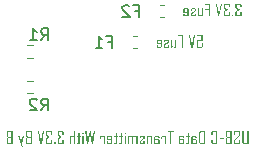
<source format=gbr>
%TF.GenerationSoftware,KiCad,Pcbnew,8.0.8*%
%TF.CreationDate,2025-06-15T19:23:18+08:00*%
%TF.ProjectId,USB_C_Connector,5553425f-435f-4436-9f6e-6e6563746f72,rev?*%
%TF.SameCoordinates,Original*%
%TF.FileFunction,Legend,Bot*%
%TF.FilePolarity,Positive*%
%FSLAX46Y46*%
G04 Gerber Fmt 4.6, Leading zero omitted, Abs format (unit mm)*
G04 Created by KiCad (PCBNEW 8.0.8) date 2025-06-15 19:23:18*
%MOMM*%
%LPD*%
G01*
G04 APERTURE LIST*
%ADD10C,0.100000*%
%ADD11C,0.150000*%
%ADD12C,0.120000*%
G04 APERTURE END LIST*
D10*
G36*
X51800828Y-49483576D02*
G01*
X51817661Y-49532184D01*
X51826327Y-49540973D01*
X51879997Y-49562657D01*
X51892272Y-49563200D01*
X52209690Y-49563200D01*
X52267094Y-49547376D01*
X52275343Y-49540973D01*
X52299662Y-49496310D01*
X52300548Y-49483576D01*
X52300548Y-49203674D01*
X52185950Y-49203674D01*
X52185950Y-49485042D01*
X51915426Y-49485042D01*
X51915426Y-48969201D01*
X52297031Y-48969201D01*
X52282377Y-48484623D01*
X51810793Y-48484623D01*
X51810793Y-48562781D01*
X52170123Y-48562781D01*
X52184191Y-48891043D01*
X51892272Y-48891043D01*
X51834660Y-48906692D01*
X51826327Y-48913025D01*
X51801450Y-48958749D01*
X51800828Y-48969201D01*
X51800828Y-49483576D01*
G37*
G36*
X51102977Y-48484623D02*
G01*
X51326313Y-49563200D01*
X51434463Y-49563200D01*
X51657799Y-48484623D01*
X51544079Y-48484623D01*
X51384052Y-49337031D01*
X51380504Y-49386760D01*
X51379069Y-49406884D01*
X51375191Y-49356068D01*
X51373207Y-49337031D01*
X51213472Y-48484623D01*
X51102977Y-48484623D01*
G37*
G36*
X50207583Y-48562781D02*
G01*
X50508294Y-48562781D01*
X50508294Y-48969201D01*
X50231323Y-48969201D01*
X50231323Y-49047359D01*
X50508294Y-49047359D01*
X50508294Y-49563200D01*
X50622893Y-49563200D01*
X50622893Y-48484623D01*
X50207583Y-48484623D01*
X50207583Y-48562781D01*
G37*
G36*
X49606159Y-49563200D02*
G01*
X49714017Y-49563200D01*
X49714017Y-49541706D01*
X49775647Y-49548239D01*
X49836892Y-49554558D01*
X49845029Y-49555384D01*
X49905017Y-49560444D01*
X49966364Y-49563131D01*
X49976333Y-49563200D01*
X50033832Y-49550059D01*
X50062972Y-49506515D01*
X50065140Y-49483576D01*
X50065140Y-48891043D01*
X49957283Y-48891043D01*
X49957283Y-49485042D01*
X49714017Y-49463548D01*
X49714017Y-48891043D01*
X49606159Y-48891043D01*
X49606159Y-49563200D01*
G37*
G36*
X48999167Y-49483576D02*
G01*
X49012232Y-49532097D01*
X49060502Y-49560400D01*
X49092077Y-49563200D01*
X49343549Y-49563200D01*
X49403894Y-49550059D01*
X49434477Y-49506515D01*
X49436752Y-49483576D01*
X49436752Y-49344358D01*
X49328895Y-49344358D01*
X49328895Y-49485042D01*
X49107024Y-49485042D01*
X49107024Y-49350952D01*
X49393668Y-49151406D01*
X49429182Y-49110724D01*
X49434994Y-49080087D01*
X49434994Y-48970666D01*
X49421928Y-48922146D01*
X49373659Y-48893842D01*
X49342084Y-48891043D01*
X49093835Y-48891043D01*
X49033490Y-48904184D01*
X49002908Y-48947728D01*
X49000632Y-48970666D01*
X49000632Y-49094253D01*
X49107024Y-49094253D01*
X49107024Y-48969201D01*
X49328895Y-48969201D01*
X49328895Y-49086926D01*
X49039613Y-49286472D01*
X49004855Y-49327498D01*
X48999167Y-49359257D01*
X48999167Y-49483576D01*
G37*
G36*
X48767346Y-48893842D02*
G01*
X48815311Y-48922146D01*
X48828294Y-48970666D01*
X48828294Y-49483576D01*
X48826040Y-49506515D01*
X48795747Y-49550059D01*
X48735971Y-49563200D01*
X48472188Y-49563200D01*
X48440813Y-49560409D01*
X48392848Y-49532192D01*
X48379865Y-49483821D01*
X48379865Y-49359989D01*
X48486257Y-49359989D01*
X48486257Y-49485042D01*
X48722195Y-49485042D01*
X48722195Y-49250569D01*
X48417087Y-49250569D01*
X48379865Y-49218329D01*
X48379865Y-49172411D01*
X48486257Y-49172411D01*
X48722195Y-49172411D01*
X48722195Y-48969201D01*
X48486257Y-48969201D01*
X48486257Y-49172411D01*
X48379865Y-49172411D01*
X48379865Y-48970666D01*
X48382119Y-48947728D01*
X48412412Y-48904184D01*
X48472188Y-48891043D01*
X48735971Y-48891043D01*
X48767346Y-48893842D01*
G37*
G36*
X55058670Y-46841976D02*
G01*
X55075503Y-46890584D01*
X55084169Y-46899373D01*
X55137840Y-46921057D01*
X55150114Y-46921600D01*
X55482187Y-46921600D01*
X55539799Y-46905776D01*
X55548132Y-46899373D01*
X55572735Y-46854710D01*
X55573631Y-46841976D01*
X55573631Y-46577706D01*
X55459033Y-46577706D01*
X55459033Y-46843442D01*
X55173855Y-46843442D01*
X55173855Y-46504188D01*
X55401587Y-46362039D01*
X55401587Y-46340546D01*
X55175613Y-46200595D01*
X55175613Y-45921181D01*
X55457567Y-45921181D01*
X55457567Y-46171285D01*
X55572166Y-46171285D01*
X55572166Y-45922646D01*
X55555333Y-45874039D01*
X55546667Y-45865249D01*
X55492996Y-45843566D01*
X55480721Y-45843023D01*
X55151580Y-45843023D01*
X55093967Y-45858846D01*
X55085634Y-45865249D01*
X55061032Y-45909912D01*
X55060135Y-45922646D01*
X55060135Y-46180567D01*
X55074115Y-46228912D01*
X55109668Y-46260923D01*
X55262954Y-46351048D01*
X55108202Y-46440930D01*
X55069553Y-46478132D01*
X55058670Y-46522751D01*
X55058670Y-46841976D01*
G37*
G36*
X54765871Y-46921600D02*
G01*
X54891315Y-46921600D01*
X54891315Y-46796547D01*
X54765871Y-46796547D01*
X54765871Y-46921600D01*
G37*
G36*
X54071538Y-46841976D02*
G01*
X54088371Y-46890584D01*
X54097037Y-46899373D01*
X54150708Y-46921057D01*
X54162982Y-46921600D01*
X54495055Y-46921600D01*
X54552667Y-46905776D01*
X54561000Y-46899373D01*
X54585603Y-46854710D01*
X54586499Y-46841976D01*
X54586499Y-46577706D01*
X54471901Y-46577706D01*
X54471901Y-46843442D01*
X54186723Y-46843442D01*
X54186723Y-46504188D01*
X54414455Y-46362039D01*
X54414455Y-46340546D01*
X54188481Y-46200595D01*
X54188481Y-45921181D01*
X54470435Y-45921181D01*
X54470435Y-46171285D01*
X54585034Y-46171285D01*
X54585034Y-45922646D01*
X54568201Y-45874039D01*
X54559535Y-45865249D01*
X54505864Y-45843566D01*
X54493589Y-45843023D01*
X54164448Y-45843023D01*
X54106836Y-45858846D01*
X54098502Y-45865249D01*
X54073900Y-45909912D01*
X54073003Y-45922646D01*
X54073003Y-46180567D01*
X54086983Y-46228912D01*
X54122536Y-46260923D01*
X54275823Y-46351048D01*
X54121070Y-46440930D01*
X54082421Y-46478132D01*
X54071538Y-46522751D01*
X54071538Y-46841976D01*
G37*
G36*
X53374860Y-45843023D02*
G01*
X53598195Y-46921600D01*
X53706346Y-46921600D01*
X53929682Y-45843023D01*
X53815962Y-45843023D01*
X53655934Y-46695431D01*
X53652387Y-46745160D01*
X53650952Y-46765284D01*
X53647073Y-46714468D01*
X53645090Y-46695431D01*
X53485355Y-45843023D01*
X53374860Y-45843023D01*
G37*
G36*
X52479465Y-45921181D02*
G01*
X52780177Y-45921181D01*
X52780177Y-46327601D01*
X52503206Y-46327601D01*
X52503206Y-46405759D01*
X52780177Y-46405759D01*
X52780177Y-46921600D01*
X52894776Y-46921600D01*
X52894776Y-45843023D01*
X52479465Y-45843023D01*
X52479465Y-45921181D01*
G37*
G36*
X51878042Y-46921600D02*
G01*
X51985899Y-46921600D01*
X51985899Y-46900106D01*
X52047530Y-46906639D01*
X52108774Y-46912958D01*
X52116911Y-46913784D01*
X52176899Y-46918844D01*
X52238247Y-46921531D01*
X52248216Y-46921600D01*
X52305715Y-46908459D01*
X52334855Y-46864915D01*
X52337023Y-46841976D01*
X52337023Y-46249443D01*
X52229165Y-46249443D01*
X52229165Y-46843442D01*
X51985899Y-46821948D01*
X51985899Y-46249443D01*
X51878042Y-46249443D01*
X51878042Y-46921600D01*
G37*
G36*
X51271049Y-46841976D02*
G01*
X51284115Y-46890497D01*
X51332384Y-46918800D01*
X51363959Y-46921600D01*
X51615432Y-46921600D01*
X51675777Y-46908459D01*
X51706359Y-46864915D01*
X51708635Y-46841976D01*
X51708635Y-46702758D01*
X51600777Y-46702758D01*
X51600777Y-46843442D01*
X51378907Y-46843442D01*
X51378907Y-46709352D01*
X51665550Y-46509806D01*
X51701065Y-46469124D01*
X51706876Y-46438487D01*
X51706876Y-46329066D01*
X51693811Y-46280546D01*
X51645541Y-46252242D01*
X51613966Y-46249443D01*
X51365718Y-46249443D01*
X51305373Y-46262584D01*
X51274790Y-46306128D01*
X51272515Y-46329066D01*
X51272515Y-46452653D01*
X51378907Y-46452653D01*
X51378907Y-46327601D01*
X51600777Y-46327601D01*
X51600777Y-46445326D01*
X51311496Y-46644872D01*
X51276737Y-46685898D01*
X51271049Y-46717657D01*
X51271049Y-46841976D01*
G37*
G36*
X51039229Y-46252242D02*
G01*
X51087194Y-46280546D01*
X51100177Y-46329066D01*
X51100177Y-46841976D01*
X51097923Y-46864915D01*
X51067629Y-46908459D01*
X51007853Y-46921600D01*
X50744071Y-46921600D01*
X50712695Y-46918809D01*
X50664730Y-46890592D01*
X50651747Y-46842221D01*
X50651747Y-46718389D01*
X50758139Y-46718389D01*
X50758139Y-46843442D01*
X50994078Y-46843442D01*
X50994078Y-46608969D01*
X50688970Y-46608969D01*
X50651747Y-46576729D01*
X50651747Y-46530811D01*
X50758139Y-46530811D01*
X50994078Y-46530811D01*
X50994078Y-46327601D01*
X50758139Y-46327601D01*
X50758139Y-46530811D01*
X50651747Y-46530811D01*
X50651747Y-46329066D01*
X50654001Y-46306128D01*
X50684295Y-46262584D01*
X50744071Y-46249443D01*
X51007853Y-46249443D01*
X51039229Y-46252242D01*
G37*
G36*
X55648339Y-57636976D02*
G01*
X55664261Y-57684030D01*
X55674425Y-57694373D01*
X55728381Y-57716057D01*
X55740663Y-57716600D01*
X56091787Y-57716600D01*
X56149399Y-57700776D01*
X56157732Y-57694373D01*
X56182335Y-57649710D01*
X56183231Y-57636976D01*
X56183231Y-56638023D01*
X56068633Y-56638023D01*
X56068633Y-57638442D01*
X55762938Y-57638442D01*
X55762938Y-56638023D01*
X55648339Y-56638023D01*
X55648339Y-57636976D01*
G37*
G36*
X54943162Y-57636976D02*
G01*
X54959801Y-57685584D01*
X54968367Y-57694373D01*
X55021466Y-57716057D01*
X55033727Y-57716600D01*
X55358472Y-57716600D01*
X55414717Y-57701927D01*
X55425004Y-57694373D01*
X55449889Y-57649710D01*
X55450796Y-57636976D01*
X55450796Y-57372706D01*
X55336197Y-57372706D01*
X55336197Y-57638442D01*
X55057760Y-57638442D01*
X55057760Y-57380521D01*
X55413573Y-57010249D01*
X55442617Y-56967301D01*
X55450796Y-56925741D01*
X55450796Y-56717646D01*
X55433769Y-56669039D01*
X55425004Y-56660249D01*
X55370761Y-56638566D01*
X55358472Y-56638023D01*
X55033727Y-56638023D01*
X54976532Y-56653846D01*
X54968367Y-56660249D01*
X54944048Y-56704912D01*
X54943162Y-56717646D01*
X54943162Y-56966285D01*
X55057760Y-56966285D01*
X55057760Y-56716181D01*
X55336197Y-56716181D01*
X55336197Y-56942838D01*
X54978626Y-57313355D01*
X54949950Y-57357782D01*
X54943162Y-57396397D01*
X54943162Y-57636976D01*
G37*
G36*
X54743566Y-57716600D02*
G01*
X54318291Y-57716600D01*
X54306016Y-57716057D01*
X54252345Y-57694373D01*
X54243679Y-57685584D01*
X54226846Y-57636976D01*
X54226846Y-57251073D01*
X54342324Y-57251073D01*
X54342324Y-57638442D01*
X54628968Y-57638442D01*
X54628968Y-57185127D01*
X54458388Y-57185127D01*
X54342324Y-57251073D01*
X54226846Y-57251073D01*
X54226846Y-57225671D01*
X54227891Y-57216454D01*
X54269637Y-57180486D01*
X54366944Y-57146048D01*
X54332913Y-57134473D01*
X54276379Y-57115029D01*
X54263038Y-57108691D01*
X54230070Y-57066425D01*
X54230070Y-57042001D01*
X54345548Y-57042001D01*
X54460147Y-57106969D01*
X54628968Y-57106969D01*
X54628968Y-56716181D01*
X54345548Y-56716181D01*
X54345548Y-57042001D01*
X54230070Y-57042001D01*
X54230070Y-56717646D01*
X54230967Y-56704912D01*
X54255569Y-56660249D01*
X54263902Y-56653846D01*
X54321515Y-56638023D01*
X54743566Y-56638023D01*
X54743566Y-57716600D01*
G37*
G36*
X53715109Y-57341442D02*
G01*
X54054801Y-57341442D01*
X54054801Y-57263285D01*
X53715109Y-57263285D01*
X53715109Y-57341442D01*
G37*
G36*
X53019309Y-57636976D02*
G01*
X53035409Y-57684030D01*
X53045688Y-57694373D01*
X53100216Y-57716057D01*
X53112513Y-57716600D01*
X53444585Y-57716600D01*
X53502197Y-57700776D01*
X53510531Y-57694373D01*
X53535133Y-57649710D01*
X53536030Y-57636976D01*
X53536030Y-56717646D01*
X53519196Y-56669039D01*
X53510531Y-56660249D01*
X53456860Y-56638566D01*
X53444585Y-56638023D01*
X53112513Y-56638023D01*
X53056074Y-56652696D01*
X53045688Y-56660249D01*
X53020237Y-56704912D01*
X53019309Y-56717646D01*
X53019309Y-56966285D01*
X53134787Y-56966285D01*
X53134787Y-56716181D01*
X53421431Y-56716181D01*
X53421431Y-57638442D01*
X53134787Y-57638442D01*
X53134787Y-57372706D01*
X53019309Y-57372706D01*
X53019309Y-57636976D01*
G37*
G36*
X52494969Y-57716600D02*
G01*
X52199826Y-57716600D01*
X52139330Y-57711257D01*
X52080719Y-57693038D01*
X52030419Y-57661889D01*
X51992206Y-57620500D01*
X51969856Y-57571896D01*
X51963301Y-57521449D01*
X51963301Y-56836348D01*
X52077900Y-56836348D01*
X52077900Y-57516809D01*
X52087045Y-57564619D01*
X52119519Y-57605957D01*
X52167439Y-57630321D01*
X52227963Y-57638442D01*
X52380370Y-57638442D01*
X52380370Y-56716181D01*
X52221222Y-56716181D01*
X52170315Y-56722539D01*
X52118053Y-56749398D01*
X52087938Y-56787744D01*
X52077900Y-56836348D01*
X51963301Y-56836348D01*
X51963301Y-56833173D01*
X51969827Y-56782750D01*
X51992080Y-56734228D01*
X52030126Y-56692978D01*
X52080328Y-56661690D01*
X52139049Y-56643390D01*
X52199826Y-56638023D01*
X52494969Y-56638023D01*
X52494969Y-57716600D01*
G37*
G36*
X51708531Y-57046351D02*
G01*
X51759020Y-57071997D01*
X51774257Y-57122601D01*
X51774257Y-57232022D01*
X51667865Y-57232022D01*
X51667865Y-57122601D01*
X51431926Y-57122601D01*
X51431926Y-57325811D01*
X51690140Y-57325811D01*
X51721715Y-57328610D01*
X51769984Y-57356914D01*
X51783050Y-57405434D01*
X51783050Y-57636976D01*
X51780860Y-57659915D01*
X51751432Y-57703459D01*
X51693364Y-57716600D01*
X51683958Y-57716550D01*
X51624222Y-57714619D01*
X51563818Y-57710982D01*
X51555684Y-57710370D01*
X51494685Y-57705723D01*
X51433685Y-57700968D01*
X51433685Y-57716600D01*
X51325827Y-57716600D01*
X51325827Y-57622810D01*
X51431926Y-57622810D01*
X51676951Y-57638442D01*
X51676951Y-57403969D01*
X51431926Y-57403969D01*
X51431926Y-57622810D01*
X51325827Y-57622810D01*
X51325827Y-57122601D01*
X51328081Y-57100085D01*
X51358375Y-57057342D01*
X51418151Y-57044443D01*
X51681933Y-57044443D01*
X51708531Y-57046351D01*
G37*
G36*
X50860984Y-57716600D02*
G01*
X51016909Y-57716600D01*
X51076685Y-57703459D01*
X51106979Y-57659915D01*
X51109233Y-57636976D01*
X51109233Y-57122601D01*
X51205660Y-57122601D01*
X51205660Y-57044443D01*
X51109233Y-57044443D01*
X51109233Y-56825602D01*
X51001082Y-56825602D01*
X51001082Y-57044443D01*
X50860984Y-57044443D01*
X50860984Y-57122601D01*
X51001082Y-57122601D01*
X51001082Y-57638442D01*
X50860984Y-57638442D01*
X50860984Y-57716600D01*
G37*
G36*
X50653401Y-57046351D02*
G01*
X50703891Y-57071997D01*
X50719128Y-57122601D01*
X50719128Y-57232022D01*
X50612736Y-57232022D01*
X50612736Y-57122601D01*
X50376797Y-57122601D01*
X50376797Y-57325811D01*
X50635011Y-57325811D01*
X50666586Y-57328610D01*
X50714855Y-57356914D01*
X50727921Y-57405434D01*
X50727921Y-57636976D01*
X50725731Y-57659915D01*
X50696303Y-57703459D01*
X50638235Y-57716600D01*
X50628829Y-57716550D01*
X50569093Y-57714619D01*
X50508688Y-57710982D01*
X50500555Y-57710370D01*
X50439555Y-57705723D01*
X50378556Y-57700968D01*
X50378556Y-57716600D01*
X50270698Y-57716600D01*
X50270698Y-57622810D01*
X50376797Y-57622810D01*
X50621822Y-57638442D01*
X50621822Y-57403969D01*
X50376797Y-57403969D01*
X50376797Y-57622810D01*
X50270698Y-57622810D01*
X50270698Y-57122601D01*
X50272952Y-57100085D01*
X50303246Y-57057342D01*
X50363022Y-57044443D01*
X50626804Y-57044443D01*
X50653401Y-57046351D01*
G37*
G36*
X49308479Y-56716181D02*
G01*
X49508074Y-56716181D01*
X49508074Y-57716600D01*
X49622673Y-57716600D01*
X49622673Y-56716181D01*
X49823734Y-56716181D01*
X49823734Y-56638023D01*
X49308479Y-56638023D01*
X49308479Y-56716181D01*
G37*
G36*
X48770949Y-57278916D02*
G01*
X48878807Y-57278916D01*
X48878807Y-57122601D01*
X49080747Y-57144094D01*
X49080747Y-57716600D01*
X49190363Y-57716600D01*
X49190363Y-57044443D01*
X49080747Y-57044443D01*
X49080747Y-57065937D01*
X49022659Y-57058792D01*
X48971131Y-57052259D01*
X48910754Y-57046397D01*
X48861515Y-57044443D01*
X48802877Y-57057584D01*
X48773160Y-57101128D01*
X48770949Y-57124066D01*
X48770949Y-57278916D01*
G37*
G36*
X48564246Y-57046351D02*
G01*
X48614735Y-57071997D01*
X48629972Y-57122601D01*
X48629972Y-57232022D01*
X48523580Y-57232022D01*
X48523580Y-57122601D01*
X48287642Y-57122601D01*
X48287642Y-57325811D01*
X48545855Y-57325811D01*
X48577430Y-57328610D01*
X48625700Y-57356914D01*
X48638765Y-57405434D01*
X48638765Y-57636976D01*
X48636576Y-57659915D01*
X48607147Y-57703459D01*
X48549079Y-57716600D01*
X48539673Y-57716550D01*
X48479938Y-57714619D01*
X48419533Y-57710982D01*
X48411400Y-57710370D01*
X48350400Y-57705723D01*
X48289400Y-57700968D01*
X48289400Y-57716600D01*
X48181543Y-57716600D01*
X48181543Y-57622810D01*
X48287642Y-57622810D01*
X48532666Y-57638442D01*
X48532666Y-57403969D01*
X48287642Y-57403969D01*
X48287642Y-57622810D01*
X48181543Y-57622810D01*
X48181543Y-57122601D01*
X48183797Y-57100085D01*
X48214090Y-57057342D01*
X48273866Y-57044443D01*
X48537649Y-57044443D01*
X48564246Y-57046351D01*
G37*
G36*
X47544362Y-57716600D02*
G01*
X47653978Y-57716600D01*
X47653978Y-57122601D01*
X47895485Y-57144094D01*
X47895485Y-57716600D01*
X48005102Y-57716600D01*
X48005102Y-57044443D01*
X47895485Y-57044443D01*
X47895485Y-57065937D01*
X47835052Y-57059647D01*
X47774104Y-57053142D01*
X47765939Y-57052259D01*
X47706286Y-57047199D01*
X47645616Y-57044512D01*
X47635806Y-57044443D01*
X47576600Y-57057584D01*
X47546594Y-57101128D01*
X47544362Y-57124066D01*
X47544362Y-57716600D01*
G37*
G36*
X46939128Y-57636976D02*
G01*
X46952194Y-57685497D01*
X47000463Y-57713800D01*
X47032038Y-57716600D01*
X47283510Y-57716600D01*
X47343856Y-57703459D01*
X47374438Y-57659915D01*
X47376714Y-57636976D01*
X47376714Y-57497758D01*
X47268856Y-57497758D01*
X47268856Y-57638442D01*
X47046986Y-57638442D01*
X47046986Y-57504352D01*
X47333629Y-57304806D01*
X47369144Y-57264124D01*
X47374955Y-57233487D01*
X47374955Y-57124066D01*
X47361890Y-57075546D01*
X47313620Y-57047242D01*
X47282045Y-57044443D01*
X47033797Y-57044443D01*
X46973451Y-57057584D01*
X46942869Y-57101128D01*
X46940593Y-57124066D01*
X46940593Y-57247653D01*
X47046986Y-57247653D01*
X47046986Y-57122601D01*
X47268856Y-57122601D01*
X47268856Y-57240326D01*
X46979575Y-57439872D01*
X46944816Y-57480898D01*
X46939128Y-57512657D01*
X46939128Y-57636976D01*
G37*
G36*
X45962254Y-57716600D02*
G01*
X46071871Y-57716600D01*
X46071871Y-57129684D01*
X46310740Y-57149956D01*
X46310740Y-57716600D01*
X46419770Y-57716600D01*
X46419770Y-57129684D01*
X46658640Y-57149956D01*
X46658640Y-57716600D01*
X46768256Y-57716600D01*
X46768256Y-57044443D01*
X46658640Y-57044443D01*
X46658640Y-57071798D01*
X46598400Y-57063852D01*
X46538031Y-57055584D01*
X46529972Y-57054457D01*
X46470888Y-57047973D01*
X46410521Y-57044531D01*
X46400719Y-57044443D01*
X46344135Y-57058758D01*
X46326567Y-57074729D01*
X46266156Y-57066682D01*
X46205969Y-57058354D01*
X46188814Y-57055923D01*
X46127650Y-57048927D01*
X46068350Y-57044723D01*
X46052820Y-57044443D01*
X45994182Y-57057584D01*
X45964465Y-57101128D01*
X45962254Y-57124066D01*
X45962254Y-57716600D01*
G37*
G36*
X45673266Y-56903759D02*
G01*
X45784641Y-56903759D01*
X45784641Y-56778707D01*
X45673266Y-56778707D01*
X45673266Y-56903759D01*
G37*
G36*
X45674732Y-57716600D02*
G01*
X45782882Y-57716600D01*
X45782882Y-57044443D01*
X45674732Y-57044443D01*
X45674732Y-57716600D01*
G37*
G36*
X45201975Y-57716600D02*
G01*
X45357900Y-57716600D01*
X45417676Y-57703459D01*
X45447970Y-57659915D01*
X45450224Y-57636976D01*
X45450224Y-57122601D01*
X45546651Y-57122601D01*
X45546651Y-57044443D01*
X45450224Y-57044443D01*
X45450224Y-56825602D01*
X45342073Y-56825602D01*
X45342073Y-57044443D01*
X45201975Y-57044443D01*
X45201975Y-57122601D01*
X45342073Y-57122601D01*
X45342073Y-57638442D01*
X45201975Y-57638442D01*
X45201975Y-57716600D01*
G37*
G36*
X44776406Y-57716600D02*
G01*
X44932331Y-57716600D01*
X44992107Y-57703459D01*
X45022401Y-57659915D01*
X45024655Y-57636976D01*
X45024655Y-57122601D01*
X45121082Y-57122601D01*
X45121082Y-57044443D01*
X45024655Y-57044443D01*
X45024655Y-56825602D01*
X44916504Y-56825602D01*
X44916504Y-57044443D01*
X44776406Y-57044443D01*
X44776406Y-57122601D01*
X44916504Y-57122601D01*
X44916504Y-57638442D01*
X44776406Y-57638442D01*
X44776406Y-57716600D01*
G37*
G36*
X44578292Y-57047242D02*
G01*
X44626257Y-57075546D01*
X44639240Y-57124066D01*
X44639240Y-57636976D01*
X44636986Y-57659915D01*
X44606692Y-57703459D01*
X44546916Y-57716600D01*
X44283134Y-57716600D01*
X44251758Y-57713809D01*
X44203793Y-57685592D01*
X44190810Y-57637221D01*
X44190810Y-57513389D01*
X44297202Y-57513389D01*
X44297202Y-57638442D01*
X44533141Y-57638442D01*
X44533141Y-57403969D01*
X44228032Y-57403969D01*
X44190810Y-57371729D01*
X44190810Y-57325811D01*
X44297202Y-57325811D01*
X44533141Y-57325811D01*
X44533141Y-57122601D01*
X44297202Y-57122601D01*
X44297202Y-57325811D01*
X44190810Y-57325811D01*
X44190810Y-57124066D01*
X44193064Y-57101128D01*
X44223358Y-57057584D01*
X44283134Y-57044443D01*
X44546916Y-57044443D01*
X44578292Y-57047242D01*
G37*
G36*
X43593783Y-57278916D02*
G01*
X43701640Y-57278916D01*
X43701640Y-57122601D01*
X43903580Y-57144094D01*
X43903580Y-57716600D01*
X44013196Y-57716600D01*
X44013196Y-57044443D01*
X43903580Y-57044443D01*
X43903580Y-57065937D01*
X43845493Y-57058792D01*
X43793964Y-57052259D01*
X43733587Y-57046397D01*
X43684348Y-57044443D01*
X43625710Y-57057584D01*
X43595994Y-57101128D01*
X43593783Y-57124066D01*
X43593783Y-57278916D01*
G37*
G36*
X42344627Y-56638023D02*
G01*
X42520189Y-57716600D01*
X42613392Y-57716600D01*
X42753490Y-56940884D01*
X42756150Y-56890021D01*
X42756714Y-56880312D01*
X42759182Y-56931282D01*
X42759938Y-56940884D01*
X42900328Y-57716600D01*
X42993238Y-57716600D01*
X43168800Y-56638023D01*
X43055081Y-56638023D01*
X42945464Y-57384673D01*
X42943321Y-57435735D01*
X42942240Y-57458679D01*
X42940757Y-57407617D01*
X42939016Y-57384673D01*
X42805367Y-56638023D01*
X42707181Y-56638023D01*
X42574411Y-57384673D01*
X42572048Y-57435735D01*
X42571187Y-57458679D01*
X42568879Y-57407617D01*
X42567083Y-57384673D01*
X42457467Y-56638023D01*
X42344627Y-56638023D01*
G37*
G36*
X42092861Y-56903759D02*
G01*
X42204236Y-56903759D01*
X42204236Y-56778707D01*
X42092861Y-56778707D01*
X42092861Y-56903759D01*
G37*
G36*
X42094327Y-57716600D02*
G01*
X42202478Y-57716600D01*
X42202478Y-57044443D01*
X42094327Y-57044443D01*
X42094327Y-57716600D01*
G37*
G36*
X41621570Y-57716600D02*
G01*
X41777495Y-57716600D01*
X41837271Y-57703459D01*
X41867565Y-57659915D01*
X41869819Y-57636976D01*
X41869819Y-57122601D01*
X41966246Y-57122601D01*
X41966246Y-57044443D01*
X41869819Y-57044443D01*
X41869819Y-56825602D01*
X41761668Y-56825602D01*
X41761668Y-57044443D01*
X41621570Y-57044443D01*
X41621570Y-57122601D01*
X41761668Y-57122601D01*
X41761668Y-57638442D01*
X41621570Y-57638442D01*
X41621570Y-57716600D01*
G37*
G36*
X41023664Y-57716600D02*
G01*
X41133280Y-57716600D01*
X41133280Y-57122601D01*
X41374787Y-57144094D01*
X41374787Y-57716600D01*
X41484404Y-57716600D01*
X41484404Y-56638023D01*
X41374787Y-56638023D01*
X41374787Y-57065937D01*
X41313788Y-57059808D01*
X41252788Y-57053786D01*
X41244655Y-57052992D01*
X41183402Y-57047457D01*
X41124216Y-57044518D01*
X41115109Y-57044443D01*
X41055902Y-57057584D01*
X41025897Y-57101128D01*
X41023664Y-57124066D01*
X41023664Y-57716600D01*
G37*
G36*
X39993741Y-57636976D02*
G01*
X40010574Y-57685584D01*
X40019240Y-57694373D01*
X40072911Y-57716057D01*
X40085185Y-57716600D01*
X40417258Y-57716600D01*
X40474870Y-57700776D01*
X40483203Y-57694373D01*
X40507806Y-57649710D01*
X40508702Y-57636976D01*
X40508702Y-57372706D01*
X40394104Y-57372706D01*
X40394104Y-57638442D01*
X40108926Y-57638442D01*
X40108926Y-57299188D01*
X40336658Y-57157039D01*
X40336658Y-57135546D01*
X40110684Y-56995595D01*
X40110684Y-56716181D01*
X40392638Y-56716181D01*
X40392638Y-56966285D01*
X40507237Y-56966285D01*
X40507237Y-56717646D01*
X40490404Y-56669039D01*
X40481738Y-56660249D01*
X40428067Y-56638566D01*
X40415792Y-56638023D01*
X40086651Y-56638023D01*
X40029039Y-56653846D01*
X40020705Y-56660249D01*
X39996103Y-56704912D01*
X39995206Y-56717646D01*
X39995206Y-56975567D01*
X40009186Y-57023912D01*
X40044739Y-57055923D01*
X40198025Y-57146048D01*
X40043273Y-57235930D01*
X40004624Y-57273132D01*
X39993741Y-57317751D01*
X39993741Y-57636976D01*
G37*
G36*
X39700942Y-57716600D02*
G01*
X39826386Y-57716600D01*
X39826386Y-57591547D01*
X39700942Y-57591547D01*
X39700942Y-57716600D01*
G37*
G36*
X39006609Y-57636976D02*
G01*
X39023442Y-57685584D01*
X39032108Y-57694373D01*
X39085779Y-57716057D01*
X39098053Y-57716600D01*
X39430126Y-57716600D01*
X39487738Y-57700776D01*
X39496072Y-57694373D01*
X39520674Y-57649710D01*
X39521570Y-57636976D01*
X39521570Y-57372706D01*
X39406972Y-57372706D01*
X39406972Y-57638442D01*
X39121794Y-57638442D01*
X39121794Y-57299188D01*
X39349526Y-57157039D01*
X39349526Y-57135546D01*
X39123552Y-56995595D01*
X39123552Y-56716181D01*
X39405506Y-56716181D01*
X39405506Y-56966285D01*
X39520105Y-56966285D01*
X39520105Y-56717646D01*
X39503272Y-56669039D01*
X39494606Y-56660249D01*
X39440935Y-56638566D01*
X39428660Y-56638023D01*
X39099519Y-56638023D01*
X39041907Y-56653846D01*
X39033573Y-56660249D01*
X39008971Y-56704912D01*
X39008074Y-56717646D01*
X39008074Y-56975567D01*
X39022054Y-57023912D01*
X39057607Y-57055923D01*
X39210894Y-57146048D01*
X39056141Y-57235930D01*
X39017492Y-57273132D01*
X39006609Y-57317751D01*
X39006609Y-57636976D01*
G37*
G36*
X38309931Y-56638023D02*
G01*
X38533266Y-57716600D01*
X38641417Y-57716600D01*
X38864753Y-56638023D01*
X38751033Y-56638023D01*
X38591005Y-57490431D01*
X38587458Y-57540160D01*
X38586023Y-57560284D01*
X38582144Y-57509468D01*
X38580161Y-57490431D01*
X38420426Y-56638023D01*
X38309931Y-56638023D01*
G37*
G36*
X37829847Y-57716600D02*
G01*
X37404571Y-57716600D01*
X37392297Y-57716057D01*
X37338626Y-57694373D01*
X37329960Y-57685584D01*
X37313127Y-57636976D01*
X37313127Y-57251073D01*
X37428605Y-57251073D01*
X37428605Y-57638442D01*
X37715248Y-57638442D01*
X37715248Y-57185127D01*
X37544669Y-57185127D01*
X37428605Y-57251073D01*
X37313127Y-57251073D01*
X37313127Y-57225671D01*
X37314171Y-57216454D01*
X37355918Y-57180486D01*
X37453224Y-57146048D01*
X37419194Y-57134473D01*
X37362659Y-57115029D01*
X37349318Y-57108691D01*
X37316351Y-57066425D01*
X37316351Y-57042001D01*
X37431829Y-57042001D01*
X37546427Y-57106969D01*
X37715248Y-57106969D01*
X37715248Y-56716181D01*
X37431829Y-56716181D01*
X37431829Y-57042001D01*
X37316351Y-57042001D01*
X37316351Y-56717646D01*
X37317247Y-56704912D01*
X37341850Y-56660249D01*
X37350183Y-56653846D01*
X37407795Y-56638023D01*
X37829847Y-56638023D01*
X37829847Y-57716600D01*
G37*
G36*
X36678584Y-57044443D02*
G01*
X36871438Y-57716600D01*
X36951452Y-57966704D01*
X37059603Y-57966704D01*
X36978709Y-57716600D01*
X37176546Y-57044443D01*
X37063706Y-57044443D01*
X36926832Y-57591547D01*
X36788200Y-57044443D01*
X36678584Y-57044443D01*
G37*
G36*
X36206120Y-57716600D02*
G01*
X35780845Y-57716600D01*
X35768570Y-57716057D01*
X35714899Y-57694373D01*
X35706233Y-57685584D01*
X35689400Y-57636976D01*
X35689400Y-57251073D01*
X35804878Y-57251073D01*
X35804878Y-57638442D01*
X36091522Y-57638442D01*
X36091522Y-57185127D01*
X35920942Y-57185127D01*
X35804878Y-57251073D01*
X35689400Y-57251073D01*
X35689400Y-57225671D01*
X35690445Y-57216454D01*
X35732192Y-57180486D01*
X35829498Y-57146048D01*
X35795467Y-57134473D01*
X35738933Y-57115029D01*
X35725592Y-57108691D01*
X35692624Y-57066425D01*
X35692624Y-57042001D01*
X35808102Y-57042001D01*
X35922701Y-57106969D01*
X36091522Y-57106969D01*
X36091522Y-56716181D01*
X35808102Y-56716181D01*
X35808102Y-57042001D01*
X35692624Y-57042001D01*
X35692624Y-56717646D01*
X35693521Y-56704912D01*
X35718123Y-56660249D01*
X35726457Y-56653846D01*
X35784069Y-56638023D01*
X36206120Y-56638023D01*
X36206120Y-57716600D01*
G37*
D11*
X38596866Y-54887019D02*
X38930199Y-54410828D01*
X39168294Y-54887019D02*
X39168294Y-53887019D01*
X39168294Y-53887019D02*
X38787342Y-53887019D01*
X38787342Y-53887019D02*
X38692104Y-53934638D01*
X38692104Y-53934638D02*
X38644485Y-53982257D01*
X38644485Y-53982257D02*
X38596866Y-54077495D01*
X38596866Y-54077495D02*
X38596866Y-54220352D01*
X38596866Y-54220352D02*
X38644485Y-54315590D01*
X38644485Y-54315590D02*
X38692104Y-54363209D01*
X38692104Y-54363209D02*
X38787342Y-54410828D01*
X38787342Y-54410828D02*
X39168294Y-54410828D01*
X38215913Y-53982257D02*
X38168294Y-53934638D01*
X38168294Y-53934638D02*
X38073056Y-53887019D01*
X38073056Y-53887019D02*
X37834961Y-53887019D01*
X37834961Y-53887019D02*
X37739723Y-53934638D01*
X37739723Y-53934638D02*
X37692104Y-53982257D01*
X37692104Y-53982257D02*
X37644485Y-54077495D01*
X37644485Y-54077495D02*
X37644485Y-54172733D01*
X37644485Y-54172733D02*
X37692104Y-54315590D01*
X37692104Y-54315590D02*
X38263532Y-54887019D01*
X38263532Y-54887019D02*
X37644485Y-54887019D01*
X44275333Y-49054609D02*
X44608666Y-49054609D01*
X44608666Y-49578419D02*
X44608666Y-48578419D01*
X44608666Y-48578419D02*
X44132476Y-48578419D01*
X43227714Y-49578419D02*
X43799142Y-49578419D01*
X43513428Y-49578419D02*
X43513428Y-48578419D01*
X43513428Y-48578419D02*
X43608666Y-48721276D01*
X43608666Y-48721276D02*
X43703904Y-48816514D01*
X43703904Y-48816514D02*
X43799142Y-48864133D01*
X46535933Y-46438409D02*
X46869266Y-46438409D01*
X46869266Y-46962219D02*
X46869266Y-45962219D01*
X46869266Y-45962219D02*
X46393076Y-45962219D01*
X46059742Y-46057457D02*
X46012123Y-46009838D01*
X46012123Y-46009838D02*
X45916885Y-45962219D01*
X45916885Y-45962219D02*
X45678790Y-45962219D01*
X45678790Y-45962219D02*
X45583552Y-46009838D01*
X45583552Y-46009838D02*
X45535933Y-46057457D01*
X45535933Y-46057457D02*
X45488314Y-46152695D01*
X45488314Y-46152695D02*
X45488314Y-46247933D01*
X45488314Y-46247933D02*
X45535933Y-46390790D01*
X45535933Y-46390790D02*
X46107361Y-46962219D01*
X46107361Y-46962219D02*
X45488314Y-46962219D01*
X38598766Y-48935819D02*
X38932099Y-48459628D01*
X39170194Y-48935819D02*
X39170194Y-47935819D01*
X39170194Y-47935819D02*
X38789242Y-47935819D01*
X38789242Y-47935819D02*
X38694004Y-47983438D01*
X38694004Y-47983438D02*
X38646385Y-48031057D01*
X38646385Y-48031057D02*
X38598766Y-48126295D01*
X38598766Y-48126295D02*
X38598766Y-48269152D01*
X38598766Y-48269152D02*
X38646385Y-48364390D01*
X38646385Y-48364390D02*
X38694004Y-48412009D01*
X38694004Y-48412009D02*
X38789242Y-48459628D01*
X38789242Y-48459628D02*
X39170194Y-48459628D01*
X37646385Y-48935819D02*
X38217813Y-48935819D01*
X37932099Y-48935819D02*
X37932099Y-47935819D01*
X37932099Y-47935819D02*
X38027337Y-48078676D01*
X38027337Y-48078676D02*
X38122575Y-48173914D01*
X38122575Y-48173914D02*
X38217813Y-48221533D01*
D12*
%TO.C,R2*%
X37388076Y-52385700D02*
X37897524Y-52385700D01*
X37388076Y-53430700D02*
X37897524Y-53430700D01*
%TO.C,F1*%
X46412333Y-48613600D02*
X46754867Y-48613600D01*
X46412333Y-49633600D02*
X46754867Y-49633600D01*
%TO.C,F2*%
X48698333Y-45997400D02*
X49040867Y-45997400D01*
X48698333Y-47017400D02*
X49040867Y-47017400D01*
%TO.C,R1*%
X37389976Y-49388500D02*
X37899424Y-49388500D01*
X37389976Y-50433500D02*
X37899424Y-50433500D01*
%TD*%
M02*

</source>
